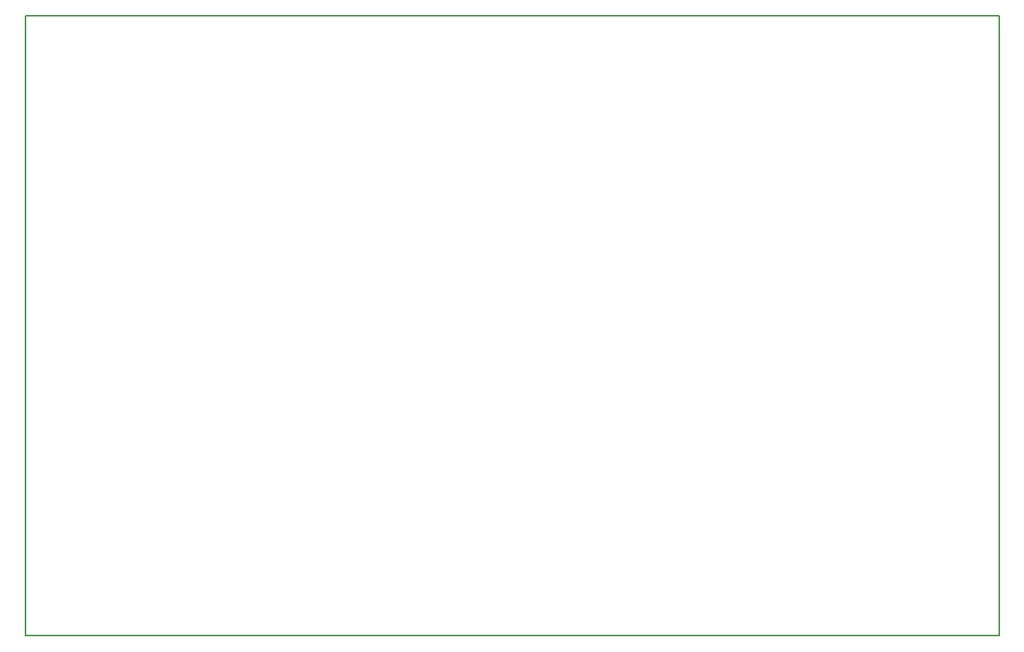
<source format=gbr>
%TF.GenerationSoftware,KiCad,Pcbnew,7.0.2*%
%TF.CreationDate,2024-03-07T11:00:20+05:30*%
%TF.ProjectId,HI-2401,48492d32-3430-4312-9e6b-696361645f70,rev?*%
%TF.SameCoordinates,Original*%
%TF.FileFunction,Profile,NP*%
%FSLAX46Y46*%
G04 Gerber Fmt 4.6, Leading zero omitted, Abs format (unit mm)*
G04 Created by KiCad (PCBNEW 7.0.2) date 2024-03-07 11:00:20*
%MOMM*%
%LPD*%
G01*
G04 APERTURE LIST*
%TA.AperFunction,Profile*%
%ADD10C,0.200000*%
%TD*%
G04 APERTURE END LIST*
D10*
X21082000Y-18034000D02*
X131082000Y-18034000D01*
X131082000Y-88034000D01*
X21082000Y-88034000D01*
X21082000Y-18034000D01*
M02*

</source>
